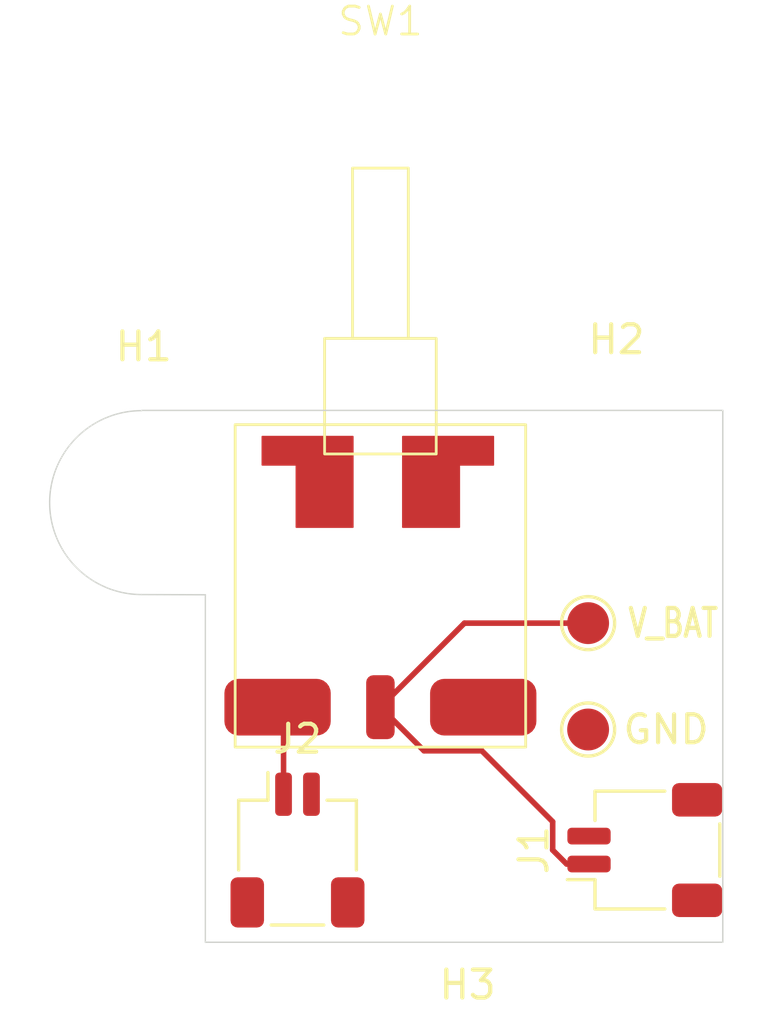
<source format=kicad_pcb>
(kicad_pcb (version 20240108) (generator "pcbnew") (generator_version "8.0")
  (layers (0 "F.Cu" signal) (31 "B.Cu" signal) (34 "B.Paste" user) (35 "F.Paste" user) (36 "B.SilkS" user "B.Silkscreen") (37 "F.SilkS" user "F.Silkscreen") (38 "B.Mask" user) (39 "F.Mask" user) (44 "Edge.Cuts" user))
  (net 0 "")
  (net 1 "/V_BAT")
  (net 2 "GND")
  (net 3 "/V_BAT_SWITCHED")
  (footprint "TestPoint:TestPoint_Pad_D1.5mm" (layer "F.Cu") (at 159.258 46.99)
    (property "Reference" "V_BAT" (at 3.048 0 0) (layer "F.SilkS") (effects (font (size 1 0.75))))
    (property "Value" "TestPoint")
    (fp_circle (center 0 0) (end 0 0.95) (stroke (width 0.12)) (fill none) (layer "F.SilkS"))
    (pad "1" smd circle (at 0 0) (size 1.5 1.5) (layers "F.Cu" "F.Mask") (net 1 "/V_BAT"))
  )
  (footprint "Connector_JST:JST_SH_SM02B-SRSS-TB_1x02-1MP_P1.00mm_Horizontal" (layer "F.Cu") (at 148.844 55.118)
    (property "Reference" "J2" (at 0 -3.98 360) (layer "F.SilkS"))
    (property "Value" "Conn_01x02_Socket")
    (fp_line (start -2.11 -1.785) (end -1.06 -1.785) (stroke (width 0.12)) (layer "F.SilkS"))
    (fp_line (start -2.11 0.715) (end -2.11 -1.785) (stroke (width 0.12)) (layer "F.SilkS"))
    (fp_line (start -1.06 -1.785) (end -1.06 -2.775) (stroke (width 0.12)) (layer "F.SilkS"))
    (fp_line (start -0.94 2.685) (end 0.94 2.685) (stroke (width 0.12)) (layer "F.SilkS"))
    (fp_line (start 2.11 -1.785) (end 1.06 -1.785) (stroke (width 0.12)) (layer "F.SilkS"))
    (fp_line (start 2.11 0.715) (end 2.11 -1.785) (stroke (width 0.12)) (layer "F.SilkS"))
    (pad "1" smd roundrect (at -0.5 -2) (size 0.6 1.55) (layers "F.Cu" "F.Paste" "F.Mask") (net 3 "/V_BAT_SWITCHED"))
    (pad "2" smd roundrect (at 0.5 -2) (size 0.6 1.55) (layers "F.Cu" "F.Paste" "F.Mask") (net 2 "GND"))
    (pad "MP" smd roundrect (at -1.8 1.875) (size 1.2 1.8) (layers "F.Cu" "F.Paste" "F.Mask") (roundrect_rratio 0.208333))
    (pad "MP" smd roundrect (at 1.8 1.875) (size 1.2 1.8) (layers "F.Cu" "F.Paste" "F.Mask") (roundrect_rratio 0.208333))
  )
  (footprint "MountingHole:MountingHole_2.7mm_M2.5" (layer "F.Cu") (at 143.3322 42.672)
    (property "Reference" "H1" (at 0 -5.588 0) (layer "F.SilkS"))
    (property "Value" "MountingHole")
    (pad "" np_thru_hole circle (at 0 0) (size 2.7 2.7) (drill 2.7) (layers "*.Cu" "*.Mask"))
  )
  (footprint "TestPoint:TestPoint_Pad_D1.5mm" (layer "F.Cu") (at 159.258 50.8)
    (property "Reference" "GND" (at 2.794 0 0) (layer "F.SilkS"))
    (property "Value" "TestPoint")
    (fp_circle (center 0 0) (end 0 0.95) (stroke (width 0.12)) (fill none) (layer "F.SilkS"))
    (pad "1" smd circle (at 0 0) (size 1.5 1.5) (layers "F.Cu" "F.Mask") (net 2 "GND"))
  )
  (footprint "MountingHole:MountingHole_2.7mm_M2.5" (layer "F.Cu") (at 160.274 42.418)
    (property "Reference" "H2" (at 0 -5.588 0) (layer "F.SilkS"))
    (property "Value" "MountingHole")
    (pad "" np_thru_hole circle (at 0 0) (size 2.7 2.7) (drill 2.7) (layers "*.Cu" "*.Mask"))
  )
  (footprint "Connector_JST:JST_SH_SM02B-SRSS-TB_1x02-1MP_P1.00mm_Horizontal" (layer "F.Cu") (at 161.29 55.118 90)
    (property "Reference" "J1" (at 0 -3.98 270) (layer "F.SilkS"))
    (property "Value" "Conn_01x02_Pin")
    (fp_line (start 2.11 -1.785) (end 1.06 -1.785) (stroke (width 0.12)) (layer "F.SilkS"))
    (fp_line (start -1.06 -1.785) (end -1.06 -2.775) (stroke (width 0.12)) (layer "F.SilkS"))
    (fp_line (start -2.11 -1.785) (end -1.06 -1.785) (stroke (width 0.12)) (layer "F.SilkS"))
    (fp_line (start 2.11 0.715) (end 2.11 -1.785) (stroke (width 0.12)) (layer "F.SilkS"))
    (fp_line (start -2.11 0.715) (end -2.11 -1.785) (stroke (width 0.12)) (layer "F.SilkS"))
    (fp_line (start -0.94 2.685) (end 0.94 2.685) (stroke (width 0.12)) (layer "F.SilkS"))
    (pad "1" smd roundrect (at -0.5 -2 90) (size 0.6 1.55) (layers "F.Cu" "F.Paste" "F.Mask") (net 1 "/V_BAT"))
    (pad "2" smd roundrect (at 0.5 -2 90) (size 0.6 1.55) (layers "F.Cu" "F.Paste" "F.Mask") (net 2 "GND"))
    (pad "MP" smd roundrect (at -1.8 1.875 90) (size 1.2 1.8) (layers "F.Cu" "F.Paste" "F.Mask") (roundrect_rratio 0.208333))
    (pad "MP" smd roundrect (at 1.8 1.875 90) (size 1.2 1.8) (layers "F.Cu" "F.Paste" "F.Mask") (roundrect_rratio 0.208333))
  )
  (footprint "JohnDeereLibrary:ET01M3D1SAPE" (layer "F.Cu") (at 151.815 40.93)
    (property "Reference" "SW1" (at 0 -15.5 0) (layer "F.SilkS") (effects (font (thickness 0.1))))
    (property "Value" "SW_SPDT")
    (fp_rect (start -5.205 10.5) (end 5.205 -1.05) (stroke (width 0.1)) (fill none) (layer "F.SilkS"))
    (fp_rect (start -2 -4.14) (end 2 0) (stroke (width 0.1)) (fill none) (layer "F.SilkS"))
    (fp_rect (start -1 -10.24) (end 1 -4.14) (stroke (width 0.1)) (fill none) (layer "F.SilkS"))
    (pad "1" smd roundrect (at -3.685 9.07) (size 3.81 2.03) (layers "F.Cu" "F.Paste" "F.Mask") (net 3 "/V_BAT_SWITCHED"))
    (pad "2" smd roundrect (at 0 9.07) (size 1.02 2.29) (layers "F.Cu" "F.Paste" "F.Mask") (net 1 "/V_BAT"))
    (pad "3" smd roundrect (at 3.685 9.07) (size 3.81 2.03) (layers "F.Cu" "F.Paste" "F.Mask"))
    (pad "MP" smd custom (at -2 1) (size 2.03 2.03) (layers "F.Cu" "F.Paste" "F.Mask") (options (clearance outline) (anchor circle)) (primitives (gr_poly (pts (xy -1.015 -1.1175) (xy -1.003402 -1.225377) (xy -0.952922 -1.360719) (xy -0.866357 -1.476357) (xy -0.750719 -1.562922) (xy -0.615377 -1.613402) (xy -0.5075 -1.625) (xy 0.5075 -1.625) (xy 0.615377 -1.613402) (xy 0.750719 -1.562922) (xy 0.866357 -1.476357) (xy 0.952922 -1.360719) (xy 1.003402 -1.225377) (xy 1.015 -1.1175) (xy 1.015 1.1175) (xy 1.003402 1.225377) (xy 0.952922 1.360719) (xy 0.866357 1.476357) (xy 0.750719 1.562922) (xy 0.615377 1.613402) (xy 0.5075 1.625) (xy -0.5075 1.625) (xy -0.615377 1.613402) (xy -0.750719 1.562922) (xy -0.866357 1.476357) (xy -0.952922 1.360719) (xy -1.003402 1.225377) (xy -1.015 1.1175)) (width 0) (fill yes)) (gr_rect (start -1.015 -1.625) (end 1.015 1.625) (width 0.05) (fill yes)) (gr_rect (start -2.235 -1.625) (end 1.015 -0.605) (width 0.05) (fill yes))))
    (pad "MP" smd custom (at 1.815 1) (size 2.03 2.03) (layers "F.Cu" "F.Paste" "F.Mask") (options (clearance outline) (anchor circle)) (primitives (gr_poly (pts (xy 1.015 -1.1175) (xy 1.003402 -1.225377) (xy 0.952922 -1.360719) (xy 0.866357 -1.476357) (xy 0.750719 -1.562922) (xy 0.615377 -1.613402) (xy 0.5075 -1.625) (xy -0.5075 -1.625) (xy -0.615377 -1.613402) (xy -0.750719 -1.562922) (xy -0.866357 -1.476357) (xy -0.952922 -1.360719) (xy -1.003402 -1.225377) (xy -1.015 -1.1175) (xy -1.015 1.1175) (xy -1.003402 1.225377) (xy -0.952922 1.360719) (xy -0.866357 1.476357) (xy -0.750719 1.562922) (xy -0.615377 1.613402) (xy -0.5075 1.625) (xy 0.5075 1.625) (xy 0.615377 1.613402) (xy 0.750719 1.562922) (xy 0.866357 1.476357) (xy 0.952922 1.360719) (xy 1.003402 1.225377) (xy 1.015 1.1175)) (width 0) (fill yes)) (gr_rect (start -1.015 -1.625) (end 1.015 1.625) (width 0.05) (fill yes)) (gr_rect (start -1.015 -1.625) (end 2.235 -0.605) (width 0.05) (fill yes))))
  )
  (footprint "MountingHole:MountingHole_2.7mm_M2.5" (layer "F.Cu") (at 154.94 55.118)
    (property "Reference" "H3" (at 0 4.826 0) (layer "F.SilkS"))
    (property "Value" "MountingHole")
    (pad "" np_thru_hole circle (at 0 0) (size 2.7 2.7) (drill 2.7) (layers "*.Cu" "*.Mask"))
  )
  (gr_line (start 164.084 39.37) (end 143.256 39.37) (stroke (width 0.05)) (layer "Edge.Cuts"))
  (gr_line (start 143.256 45.96629) (end 145.542 45.974) (stroke (width 0.05)) (layer "Edge.Cuts"))
  (gr_line (start 145.542 45.974) (end 145.542 58.42) (stroke (width 0.05)) (layer "Edge.Cuts"))
  (gr_line (start 145.542 58.42) (end 164.084 58.42) (stroke (width 0.05)) (layer "Edge.Cuts"))
  (gr_arc (start 143.256 45.96629) (mid 139.962379 42.672669) (end 143.256 39.379048) (stroke (width 0.05)) (layer "Edge.Cuts"))
  (gr_line (start 164.084 58.42) (end 164.084 39.37) (stroke (width 0.05)) (layer "Edge.Cuts"))
  (segment (start 153.377 51.562) (end 155.448 51.562) (width 0.2) (layer "F.Cu") (net 1))
  (segment (start 151.815 50) (end 153.377 51.562) (width 0.2) (layer "F.Cu") (net 1))
  (segment (start 157.988 55.118) (end 158.488 55.618) (width 0.2) (layer "F.Cu") (net 1))
  (segment (start 151.815 50) (end 154.825 46.99) (width 0.2) (layer "F.Cu") (net 1))
  (segment (start 154.825 46.99) (end 159.258 46.99) (width 0.2) (layer "F.Cu") (net 1))
  (segment (start 157.988 54.102) (end 157.988 55.118) (width 0.2) (layer "F.Cu") (net 1))
  (segment (start 158.488 55.618) (end 159.29 55.618) (width 0.2) (layer "F.Cu") (net 1))
  (segment (start 155.448 51.562) (end 157.988 54.102) (width 0.2) (layer "F.Cu") (net 1))
  (segment (start 148.344 50.214) (end 148.13 50) (width 0.2) (layer "F.Cu") (net 3))
  (segment (start 148.344 53.118) (end 148.344 50.214) (width 0.2) (layer "F.Cu") (net 3))
)
</source>
